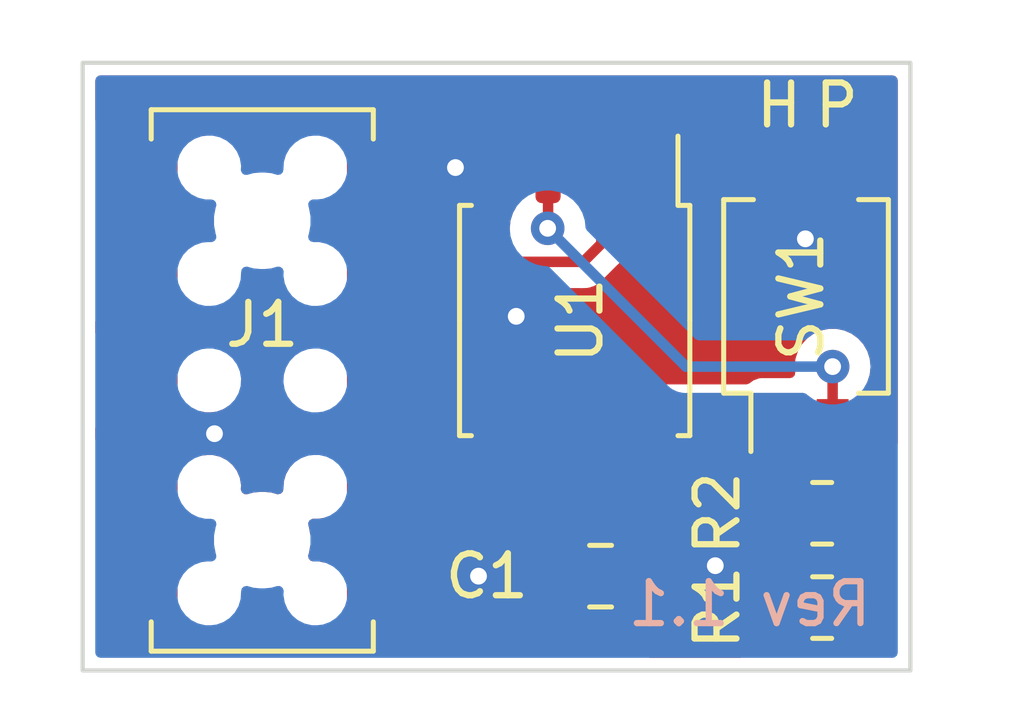
<source format=kicad_pcb>
(kicad_pcb (version 20221018) (generator pcbnew)
  (layers (0 "F.Cu" signal) (31 "B.Cu" signal) (34 "B.Paste" user) (35 "F.Paste" user) (36 "B.SilkS" user "B.Silkscreen") (37 "F.SilkS" user "F.Silkscreen") (38 "B.Mask" user) (39 "F.Mask" user) (44 "Edge.Cuts" user))
  (net 0 "")
  (net 1 "+3.3V")
  (net 2 "GND")
  (net 7 "/SPI1_CLK")
  (net 8 "/SPI1_TXD")
  (net 9 "/SPI1_CSn")
  (net 10 "/SPI1_RXD")
  (net 11 "/FLASH_HOLD")
  (net 12 "/FLASH_WP")
  (footprint "Capacitor_SMD:C_0805_2012Metric_Pad1.18x1.45mm_HandSolder" (layer "F.Cu") (at 152.2125 104.75 180)
    (fp_text reference "C1" (at 2.7125 0) (layer "F.SilkS"))
    (fp_text value "1uF")
    (fp_line (start -0.261252 -0.735) (end 0.261252 -0.735) (stroke (width 0.12)) (layer "F.SilkS"))
    (fp_line (start -0.261252 0.735) (end 0.261252 0.735) (stroke (width 0.12)) (layer "F.SilkS"))
    (pad "1" smd roundrect (at -1.0375 0 180) (size 1.175 1.45) (layers "F.Cu" "F.Paste" "F.Mask") (roundrect_rratio 0.212766) (net 1 "+3.3V"))
    (pad "2" smd roundrect (at 1.0375 0 180) (size 1.175 1.45) (layers "F.Cu" "F.Paste" "F.Mask") (roundrect_rratio 0.212766) (net 2 "GND"))
  )
  (footprint "Connector_Harwin:Harwin_M20-7810545_2x05_P2.54mm_Vertical" (layer "F.Cu") (at 144.14 100.08)
    (fp_text reference "J1" (at 0 -1.33) (layer "F.SilkS"))
    (fp_text value "NanoPi_R4S_Header")
    (fp_line (start -2.65 -6.46) (end 2.65 -6.46) (stroke (width 0.12)) (layer "F.SilkS"))
    (fp_line (start -2.65 -5.76) (end -2.65 -6.46) (stroke (width 0.12)) (layer "F.SilkS"))
    (fp_line (start -2.65 5.76) (end -2.65 6.46) (stroke (width 0.12)) (layer "F.SilkS"))
    (fp_line (start -2.65 6.46) (end 2.65 6.46) (stroke (width 0.12)) (layer "F.SilkS"))
    (fp_line (start 2.65 -6.46) (end 2.65 -5.76) (stroke (width 0.12)) (layer "F.SilkS"))
    (fp_line (start 2.65 6.46) (end 2.65 5.76) (stroke (width 0.12)) (layer "F.SilkS"))
    (pad "" np_thru_hole circle (at -1.27 -5.08) (size 1.02 1.02) (drill 1.02) (layers "*.Cu" "*.Mask"))
    (pad "" np_thru_hole circle (at -1.27 -2.54) (size 1.02 1.02) (drill 1.02) (layers "*.Cu" "*.Mask"))
    (pad "" np_thru_hole circle (at -1.27 0) (size 1.02 1.02) (drill 1.02) (layers "*.Cu" "*.Mask"))
    (pad "" np_thru_hole circle (at -1.27 2.54) (size 1.02 1.02) (drill 1.02) (layers "*.Cu" "*.Mask"))
    (pad "" np_thru_hole circle (at -1.27 5.08) (size 1.02 1.02) (drill 1.02) (layers "*.Cu" "*.Mask"))
    (pad "" np_thru_hole circle (at 0 -3.81) (size 1.8 1.8) (drill 1.8) (layers "*.Cu" "*.Mask"))
    (pad "" np_thru_hole circle (at 0 3.81) (size 1.8 1.8) (drill 1.8) (layers "*.Cu" "*.Mask"))
    (pad "" np_thru_hole circle (at 1.27 -5.08) (size 1.02 1.02) (drill 1.02) (layers "*.Cu" "*.Mask"))
    (pad "" np_thru_hole circle (at 1.27 -2.54) (size 1.02 1.02) (drill 1.02) (layers "*.Cu" "*.Mask"))
    (pad "" np_thru_hole circle (at 1.27 0) (size 1.02 1.02) (drill 1.02) (layers "*.Cu" "*.Mask"))
    (pad "" np_thru_hole circle (at 1.27 2.54) (size 1.02 1.02) (drill 1.02) (layers "*.Cu" "*.Mask"))
    (pad "" np_thru_hole circle (at 1.27 5.08) (size 1.02 1.02) (drill 1.02) (layers "*.Cu" "*.Mask"))
    (pad "1" smd rect (at -2.91 5.08) (size 1.78 1.02) (layers "F.Cu" "F.Paste" "F.Mask"))
    (pad "2" smd rect (at 2.91 5.08) (size 1.78 1.02) (layers "F.Cu" "F.Paste" "F.Mask") (net 1 "+3.3V"))
    (pad "3" smd rect (at -2.91 2.54) (size 1.78 1.02) (layers "F.Cu" "F.Paste" "F.Mask"))
    (pad "4" smd rect (at 2.91 2.54) (size 1.78 1.02) (layers "F.Cu" "F.Paste" "F.Mask"))
    (pad "5" smd rect (at -2.91 0) (size 1.78 1.02) (layers "F.Cu" "F.Paste" "F.Mask") (net 2 "GND"))
    (pad "6" smd rect (at 2.91 0) (size 1.78 1.02) (layers "F.Cu" "F.Paste" "F.Mask"))
    (pad "7" smd rect (at -2.91 -2.54) (size 1.78 1.02) (layers "F.Cu" "F.Paste" "F.Mask") (net 7 "/SPI1_CLK"))
    (pad "8" smd rect (at 2.91 -2.54) (size 1.78 1.02) (layers "F.Cu" "F.Paste" "F.Mask") (net 8 "/SPI1_TXD"))
    (pad "9" smd rect (at -2.91 -5.08) (size 1.78 1.02) (layers "F.Cu" "F.Paste" "F.Mask") (net 9 "/SPI1_CSn"))
    (pad "10" smd rect (at 2.91 -5.08) (size 1.78 1.02) (layers "F.Cu" "F.Paste" "F.Mask") (net 10 "/SPI1_RXD"))
  )
  (footprint "Resistor_SMD:R_0805_2012Metric_Pad1.20x1.40mm_HandSolder" (layer "F.Cu") (at 157.5 103.25)
    (fp_text reference "R2" (at -2.5 0 -90) (layer "F.SilkS"))
    (fp_text value "10k")
    (fp_line (start -0.227064 -0.735) (end 0.227064 -0.735) (stroke (width 0.12)) (layer "F.SilkS"))
    (fp_line (start -0.227064 0.735) (end 0.227064 0.735) (stroke (width 0.12)) (layer "F.SilkS"))
    (pad "1" smd roundrect (at -1 0) (size 1.2 1.4) (layers "F.Cu" "F.Paste" "F.Mask") (roundrect_rratio 0.2083333333) (net 1 "+3.3V"))
    (pad "2" smd roundrect (at 1 0) (size 1.2 1.4) (layers "F.Cu" "F.Paste" "F.Mask") (roundrect_rratio 0.2083333333) (net 12 "/FLASH_WP"))
  )
  (footprint "Package_SO:SOIC-8_5.275x5.275mm_P1.27mm" (layer "F.Cu") (at 151.595 98.65 -90)
    (fp_text reference "U1" (at 0 -0.135 90) (layer "F.SilkS"))
    (fp_text value "SST25VF080B-50-4x-S2Ax")
    (fp_line (start -2.7475 -2.7475) (end -2.7475 -2.465) (stroke (width 0.12)) (layer "F.SilkS"))
    (fp_line (start -2.7475 -2.465) (end -4.4 -2.465) (stroke (width 0.12)) (layer "F.SilkS"))
    (fp_line (start -2.7475 2.7475) (end -2.7475 2.465) (stroke (width 0.12)) (layer "F.SilkS"))
    (fp_line (start 0 -2.7475) (end -2.7475 -2.7475) (stroke (width 0.12)) (layer "F.SilkS"))
    (fp_line (start 0 -2.7475) (end 2.7475 -2.7475) (stroke (width 0.12)) (layer "F.SilkS"))
    (fp_line (start 0 2.7475) (end -2.7475 2.7475) (stroke (width 0.12)) (layer "F.SilkS"))
    (fp_line (start 0 2.7475) (end 2.7475 2.7475) (stroke (width 0.12)) (layer "F.SilkS"))
    (fp_line (start 2.7475 -2.7475) (end 2.7475 -2.465) (stroke (width 0.12)) (layer "F.SilkS"))
    (fp_line (start 2.7475 2.7475) (end 2.7475 2.465) (stroke (width 0.12)) (layer "F.SilkS"))
    (pad "1" smd roundrect (at -3.6 -1.905 270) (size 1.6 0.6) (layers "F.Cu" "F.Paste" "F.Mask") (net 9 "/SPI1_CSn"))
    (pad "2" smd roundrect (at -3.6 -0.635 270) (size 1.6 0.6) (layers "F.Cu" "F.Paste" "F.Mask") (net 10 "/SPI1_RXD"))
    (pad "3" smd roundrect (at -3.6 0.635 270) (size 1.6 0.6) (layers "F.Cu" "F.Paste" "F.Mask") (net 12 "/FLASH_WP"))
    (pad "4" smd roundrect (at -3.6 1.905 270) (size 1.6 0.6) (layers "F.Cu" "F.Paste" "F.Mask") (net 2 "GND"))
    (pad "5" smd roundrect (at 3.6 1.905 270) (size 1.6 0.6) (layers "F.Cu" "F.Paste" "F.Mask") (net 8 "/SPI1_TXD"))
    (pad "6" smd roundrect (at 3.6 0.635 270) (size 1.6 0.6) (layers "F.Cu" "F.Paste" "F.Mask") (net 7 "/SPI1_CLK"))
    (pad "7" smd roundrect (at 3.6 -0.635 270) (size 1.6 0.6) (layers "F.Cu" "F.Paste" "F.Mask") (net 11 "/FLASH_HOLD"))
    (pad "8" smd roundrect (at 3.6 -1.905 270) (size 1.6 0.6) (layers "F.Cu" "F.Paste" "F.Mask") (net 1 "+3.3V"))
  )
  (footprint "Button_Switch_SMD:SW_DIP_SPSTx02_Slide_Omron_A6H-2101_W6.15mm_P1.27mm" (layer "F.Cu") (at 157.115 98.075 90)
    (fp_text reference "SW1" (at 0 -0.115 90) (layer "F.SilkS"))
    (fp_text value "SW_DIP_x02")
    (fp_line (start -3.7 -1.315) (end -2.309 -1.315) (stroke (width 0.12)) (layer "F.SilkS"))
    (fp_line (start -2.309 -1.965) (end -2.309 -1.315) (stroke (width 0.12)) (layer "F.SilkS"))
    (fp_line (start -2.309 -1.965) (end 2.31 -1.965) (stroke (width 0.12)) (layer "F.SilkS"))
    (fp_line (start -2.309 1.255) (end -2.309 1.965) (stroke (width 0.12)) (layer "F.SilkS"))
    (fp_line (start -2.309 1.965) (end 2.31 1.965) (stroke (width 0.12)) (layer "F.SilkS"))
    (fp_line (start 2.31 -1.965) (end 2.31 -1.255) (stroke (width 0.12)) (layer "F.SilkS"))
    (fp_line (start 2.31 1.255) (end 2.31 1.965) (stroke (width 0.12)) (layer "F.SilkS"))
    (pad "1" smd rect (at -3.075 -0.635 90) (size 1.25 0.76) (layers "F.Cu" "F.Paste" "F.Mask") (net 11 "/FLASH_HOLD"))
    (pad "2" smd rect (at -3.075 0.635 90) (size 1.25 0.76) (layers "F.Cu" "F.Paste" "F.Mask") (net 12 "/FLASH_WP"))
    (pad "3" smd rect (at 3.075 0.635 90) (size 1.25 0.76) (layers "F.Cu" "F.Paste" "F.Mask") (net 2 "GND"))
    (pad "4" smd rect (at 3.075 -0.635 90) (size 1.25 0.76) (layers "F.Cu" "F.Paste" "F.Mask") (net 2 "GND"))
  )
  (footprint "Resistor_SMD:R_0805_2012Metric_Pad1.20x1.40mm_HandSolder" (layer "F.Cu") (at 157.5 105.5)
    (fp_text reference "R1" (at -2.5 0 -90) (layer "F.SilkS"))
    (fp_text value "10k")
    (fp_line (start -0.227064 -0.735) (end 0.227064 -0.735) (stroke (width 0.12)) (layer "F.SilkS"))
    (fp_line (start -0.227064 0.735) (end 0.227064 0.735) (stroke (width 0.12)) (layer "F.SilkS"))
    (pad "1" smd roundrect (at -1 0) (size 1.2 1.4) (layers "F.Cu" "F.Paste" "F.Mask") (roundrect_rratio 0.2083333333) (net 1 "+3.3V"))
    (pad "2" smd roundrect (at 1 0) (size 1.2 1.4) (layers "F.Cu" "F.Paste" "F.Mask") (roundrect_rratio 0.2083333333) (net 11 "/FLASH_HOLD"))
  )
  (gr_rect (start 139.855 92.5) (end 159.605 107) (stroke (width 0.1)) (fill none) (layer "Edge.Cuts"))
  (gr_text "Rev 1.1" (at 158.75 106) (layer "B.SilkS") (effects (font (size 1 1)) (justify left bottom mirror)))
  (gr_text "H" (at 155.85 94.1) (layer "F.SilkS") (effects (font (size 1 1)) (justify left bottom)))
  (gr_text "P" (at 157.25 94.1) (layer "F.SilkS") (effects (font (size 1 1)) (justify left bottom)))
  (segment (start 153.5 104.5) (end 153.25 104.75) (width 0.4) (layer "F.Cu") (net 1))
  (segment (start 153.25 105.55) (end 153.25 104.75) (width 0.4) (layer "F.Cu") (net 1))
  (segment (start 152.8 106) (end 153.25 105.55) (width 0.4) (layer "F.Cu") (net 1))
  (segment (start 155.5 102.25) (end 156.5 103.25) (width 0.4) (layer "F.Cu") (net 1))
  (segment (start 147.05 105.16) (end 147.89 106) (width 0.4) (layer "F.Cu") (net 1))
  (segment (start 153.5 102.25) (end 153.5 104.5) (width 0.4) (layer "F.Cu") (net 1))
  (segment (start 147.89 106) (end 152.8 106) (width 0.4) (layer "F.Cu") (net 1))
  (segment (start 156.5 103.25) (end 156.5 105.5) (width 0.4) (layer "F.Cu") (net 1))
  (segment (start 153.5 102.25) (end 155.5 102.25) (width 0.4) (layer "F.Cu") (net 1))
  (via (at 157.1 96.7) (size 0.8) (drill 0.4) (layers "F.Cu" "B.Cu") (net 2))
  (via (at 150.2 98.55) (size 0.8) (drill 0.4) (layers "F.Cu" "B.Cu") (net 2))
  (via (at 149.3 104.75) (size 0.8) (drill 0.4) (layers "F.Cu" "B.Cu") (net 2))
  (via (at 148.75 95) (size 0.8) (drill 0.4) (layers "F.Cu" "B.Cu") (net 2))
  (via (at 154.95 104.5) (size 0.8) (drill 0.4) (layers "F.Cu" "B.Cu") (net 2))
  (via (at 143 101.35) (size 0.8) (drill 0.4) (layers "F.Cu" "B.Cu") (net 2))
  (segment (start 142.05 98.8) (end 143.5 98.8) (width 0.25) (layer "F.Cu") (net 7))
  (segment (start 144.85 101.35) (end 148 101.35) (width 0.25) (layer "F.Cu") (net 7))
  (segment (start 149.1 103.5) (end 150.5 103.5) (width 0.25) (layer "F.Cu") (net 7))
  (segment (start 141.23 97.98) (end 142.05 98.8) (width 0.25) (layer "F.Cu") (net 7))
  (segment (start 144.2 100.7) (end 144.85 101.35) (width 0.25) (layer "F.Cu") (net 7))
  (segment (start 150.96 103.04) (end 150.96 102.25) (width 0.25) (layer "F.Cu") (net 7))
  (segment (start 144.2 99.5) (end 144.2 100.7) (width 0.25) (layer "F.Cu") (net 7))
  (segment (start 141.23 97.54) (end 141.23 97.98) (width 0.25) (layer "F.Cu") (net 7))
  (segment (start 148.7 103.1) (end 149.1 103.5) (width 0.25) (layer "F.Cu") (net 7))
  (segment (start 148 101.35) (end 148.7 102.05) (width 0.25) (layer "F.Cu") (net 7))
  (segment (start 148.7 102.05) (end 148.7 103.1) (width 0.25) (layer "F.Cu") (net 7))
  (segment (start 150.5 103.5) (end 150.96 103.04) (width 0.25) (layer "F.Cu") (net 7))
  (segment (start 143.5 98.8) (end 144.2 99.5) (width 0.25) (layer "F.Cu") (net 7))
  (segment (start 147.05 97.54) (end 149.69 100.18) (width 0.25) (layer "F.Cu") (net 8))
  (segment (start 149.69 100.18) (end 149.69 102.25) (width 0.25) (layer "F.Cu") (net 8))
  (segment (start 142 93.75) (end 152.999999 93.75) (width 0.25) (layer "F.Cu") (net 9))
  (segment (start 153.5 94.250001) (end 153.5 95.05) (width 0.25) (layer "F.Cu") (net 9))
  (segment (start 141.23 94.52) (end 142 93.75) (width 0.25) (layer "F.Cu") (net 9))
  (segment (start 141.23 95) (end 141.23 94.52) (width 0.25) (layer "F.Cu") (net 9))
  (segment (start 152.999999 93.75) (end 153.5 94.250001) (width 0.25) (layer "F.Cu") (net 9))
  (segment (start 147.05 95) (end 147.25 95) (width 0.25) (layer "F.Cu") (net 10))
  (segment (start 152.23 96.82) (end 152.23 95.05) (width 0.25) (layer "F.Cu") (net 10))
  (segment (start 147.25 95) (end 149.5 97.25) (width 0.25) (layer "F.Cu") (net 10))
  (segment (start 149.5 97.25) (end 151.8 97.25) (width 0.25) (layer "F.Cu") (net 10))
  (segment (start 151.8 97.25) (end 152.23 96.82) (width 0.25) (layer "F.Cu") (net 10))
  (segment (start 152.23 101.360001) (end 152.790001 100.8) (width 0.25) (layer "F.Cu") (net 11))
  (segment (start 156.48 101.15) (end 156.48 101.395) (width 0.25) (layer "F.Cu") (net 11))
  (segment (start 157.5 102.415) (end 157.5 104.5) (width 0.25) (layer "F.Cu") (net 11))
  (segment (start 157.5 104.5) (end 158.5 105.5) (width 0.25) (layer "F.Cu") (net 11))
  (segment (start 152.790001 100.8) (end 156.13 100.8) (width 0.25) (layer "F.Cu") (net 11))
  (segment (start 156.48 101.395) (end 157.5 102.415) (width 0.25) (layer "F.Cu") (net 11))
  (segment (start 156.13 100.8) (end 156.48 101.15) (width 0.25) (layer "F.Cu") (net 11))
  (segment (start 152.23 102.25) (end 152.23 101.360001) (width 0.25) (layer "F.Cu") (net 11))
  (segment (start 157.75 101.15) (end 158.5 101.9) (width 0.25) (layer "F.Cu") (net 12))
  (segment (start 157.75 99.75) (end 157.75 101.15) (width 0.25) (layer "F.Cu") (net 12))
  (segment (start 150.96 96.44) (end 150.95 96.45) (width 0.25) (layer "F.Cu") (net 12))
  (segment (start 158.5 101.9) (end 158.5 103.25) (width 0.25) (layer "F.Cu") (net 12))
  (segment (start 150.96 95.05) (end 150.96 96.44) (width 0.25) (layer "F.Cu") (net 12))
  (via (at 157.75 99.75) (size 0.8) (drill 0.4) (layers "F.Cu" "B.Cu") (net 12))
  (via (at 150.95 96.45) (size 0.8) (drill 0.4) (layers "F.Cu" "B.Cu") (net 12))
  (segment (start 150.95 96.45) (end 154.25 99.75) (width 0.25) (layer "B.Cu") (net 12))
  (segment (start 154.25 99.75) (end 157.75 99.75) (width 0.25) (layer "B.Cu") (net 12))
  (zone (net 2) (net_name "GND") (layers "F&B.Cu") (connect_pads (clearance 0.5)) (min_thickness 0.25) (fill yes (thermal_gap 0.5) (thermal_bridge_width 0.5))
    (polygon (pts (xy 139.48 92.25) (xy 139.48 107.25) (xy 159.98 107.25) (xy 159.98 92.25)))
  )
)
</source>
